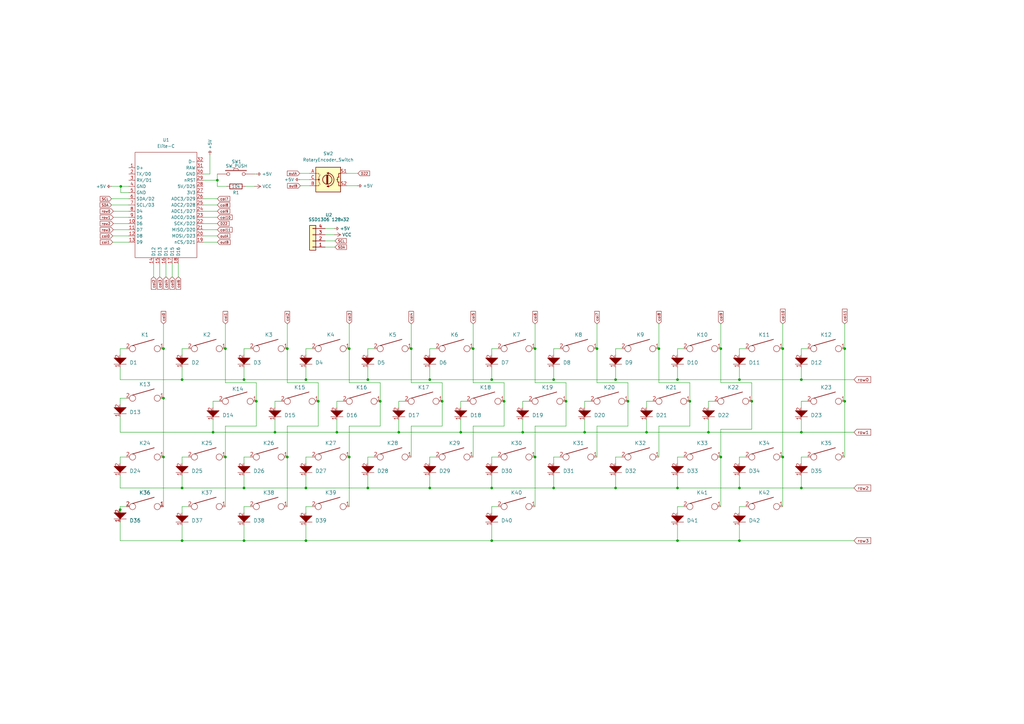
<source format=kicad_sch>
(kicad_sch (version 20211123) (generator eeschema)
  (paper "A3")
  (title_block (title "whykb") (date "2023-01-27") (rev "REV1") (comment 2 "creativecommons.org/licenses/by/4.0") (comment 3 "License: CC BY 4.0") (comment 4 "Author: github.com/danielandinh"))
  (lib_symbols
    (symbol "Connector_Generic:Conn_01x04" (pin_names (offset 1.016) hide)
      (property "Reference" "J" (at 0 5.08 0))
      (property "Value" "Conn_01x04" (at 0 -7.62 0))
      (symbol "Conn_01x04_1_1"
        (pin passive line (at -5.08 2.54 0) (length 3.81) (name "Pin_1") (number "1"))
        (pin passive line (at -5.08 0 0) (length 3.81) (name "Pin_2") (number "2"))
        (pin passive line (at -5.08 -2.54 0) (length 3.81) (name "Pin_3") (number "3"))
        (pin passive line (at -5.08 -5.08 0) (length 3.81) (name "Pin_4") (number "4"))
      )
    )
    (symbol "Device:R" (pin_numbers hide) (pin_names (offset 0))
      (property "Reference" "R" (at 2.032 0 90))
      (property "Value" "R" (at 0 0 90))
      (symbol "R_1_1"
        (pin passive line (at 0 3.81 270) (length 1.27) (name "~") (number "1"))
        (pin passive line (at 0 -3.81 90) (length 1.27) (name "~") (number "2"))
      )
    )
    (symbol "Device:RotaryEncoder_Switch" (pin_names (offset 0.254) hide)
      (property "Reference" "SW" (at 0 6.604 0))
      (property "Value" "RotaryEncoder_Switch" (at 0 -6.604 0))
      (symbol "RotaryEncoder_Switch_1_1"
        (pin passive line (at -7.62 2.54 0) (length 2.54) (name "A") (number "A"))
        (pin passive line (at -7.62 -2.54 0) (length 2.54) (name "B") (number "B"))
        (pin passive line (at -7.62 0 0) (length 2.54) (name "C") (number "C"))
        (pin passive line (at 7.62 2.54 180) (length 2.54) (name "S1") (number "S1"))
        (pin passive line (at 7.62 -2.54 180) (length 2.54) (name "S2") (number "S2"))
      )
    )
    (symbol "keyboard_parts:D" (pin_names (offset 1.016))
      (property "Reference" "D" (at -3.81 -1.27 90))
      (symbol "D_1_1"
        (pin passive line (at 0 1.27 270) (length 1.27) (name "~") (number "1"))
        (pin passive line (at 0 -3.81 90) (length 1.27) (name "~") (number "2"))
      )
    )
    (symbol "keyboard_parts:Elite-C"
      (property "Reference" "U" (at -2.54 21.59 0))
      (property "Value" "Elite-C" (at 3.81 21.59 0))
      (symbol "Elite-C_1_1"
        (pin input line (at -15.24 13.97 0) (length 2.54) (name "D+") (number "1"))
        (pin input line (at -15.24 -8.89 0) (length 2.54) (name "D6") (number "10"))
        (pin input line (at -15.24 -11.43 0) (length 2.54) (name "D7") (number "11"))
        (pin input line (at -15.24 -13.97 0) (length 2.54) (name "D8") (number "12"))
        (pin input line (at -15.24 -16.51 0) (length 2.54) (name "D9") (number "13"))
        (pin input line (at -5.08 -25.4 90) (length 2.54) (name "D12") (number "14"))
        (pin input line (at -2.54 -25.4 90) (length 2.54) (name "D13") (number "15"))
        (pin input line (at 0 -25.4 90) (length 2.54) (name "D14") (number "16"))
        (pin input line (at 2.54 -25.4 90) (length 2.54) (name "D15") (number "17"))
        (pin input line (at 5.08 -25.4 90) (length 2.54) (name "D16") (number "18"))
        (pin input line (at 15.24 -16.51 180) (length 2.54) (name "nCS/D21") (number "19"))
        (pin input line (at -15.24 11.43 0) (length 2.54) (name "TX/D0") (number "2"))
        (pin input line (at 15.24 -13.97 180) (length 2.54) (name "MOSI/D23") (number "20"))
        (pin input line (at 15.24 -11.43 180) (length 2.54) (name "MISO/D20") (number "21"))
        (pin input line (at 15.24 -8.89 180) (length 2.54) (name "SCK/D22") (number "22"))
        (pin input line (at 15.24 -6.35 180) (length 2.54) (name "ADC0/D26") (number "23"))
        (pin input line (at 15.24 -3.81 180) (length 2.54) (name "ADC1/D27") (number "24"))
        (pin input line (at 15.24 -1.27 180) (length 2.54) (name "ADC2/D28") (number "25"))
        (pin input line (at 15.24 1.27 180) (length 2.54) (name "ADC3/D29") (number "26"))
        (pin input line (at 15.24 3.81 180) (length 2.54) (name "3V3") (number "27"))
        (pin input line (at 15.24 6.35 180) (length 2.54) (name "5V/D25") (number "28"))
        (pin input line (at 15.24 8.89 180) (length 2.54) (name "nRST") (number "29"))
        (pin input line (at -15.24 8.89 0) (length 2.54) (name "RX/D1") (number "3"))
        (pin input line (at 15.24 11.43 180) (length 2.54) (name "GND") (number "30"))
        (pin input line (at 15.24 13.97 180) (length 2.54) (name "RAW") (number "31"))
        (pin input line (at 15.24 16.51 180) (length 2.54) (name "D-") (number "32"))
        (pin input line (at -15.24 6.35 0) (length 2.54) (name "GND") (number "4"))
        (pin input line (at -15.24 3.81 0) (length 2.54) (name "GND") (number "5"))
        (pin input line (at -15.24 1.27 0) (length 2.54) (name "SDA/D2") (number "6"))
        (pin input line (at -15.24 -1.27 0) (length 2.54) (name "SCL/D3") (number "7"))
        (pin input line (at -15.24 -3.81 0) (length 2.54) (name "D4") (number "8"))
        (pin input line (at -15.24 -6.35 0) (length 2.54) (name "D5") (number "9"))
      )
    )
    (symbol "keyboard_parts:GND" (power) (pin_names (offset 0))
      (property "Value" "GND" (at 0 -2.54 0))
      (symbol "GND_0_0"
        (pin power_in line (at 0 0 90) (length 0) hide (name "+5V") (number "1"))
      )
    )
    (symbol "keyboard_parts:KEYSW" (pin_names (offset 1.016))
      (property "Reference" "K?" (at -1.27 0 0))
      (symbol "KEYSW_1_1"
        (pin passive line (at 7.62 0 180) (length 1.27) (name "~") (number "1"))
        (pin passive line (at -7.62 0 0) (length 1.27) (name "~") (number "2"))
      )
    )
    (symbol "keyboard_parts:SW_PUSH" (pin_numbers hide) (pin_names (offset 1.016) hide)
      (property "Reference" "SW" (at 3.81 2.794 0))
      (property "Value" "SW_PUSH" (at 0 -2.032 0))
      (symbol "SW_PUSH_0_1"
        (pin passive inverted (at -7.62 0 0) (length 5.08) (name "1") (number "1"))
        (pin passive inverted (at 7.62 0 180) (length 5.08) (name "2") (number "2"))
      )
    )
    (symbol "power:VCC" (power) (pin_names (offset 0))
      (property "Value" "VCC" (at 0 3.81 0))
      (symbol "VCC_1_1"
        (pin power_in line (at 0 0 90) (length 0) hide (name "VCC") (number "1"))
      )
    )
  )
  (junction (at 201.676 221.742))
  (junction (at 163.576 177.292))
  (junction (at 49.53 76.454))
  (junction (at 308.356 164.592))
  (junction (at 112.776 177.292))
  (junction (at 138.176 177.292))
  (junction (at 239.776 177.292))
  (junction (at 227.076 200.152))
  (junction (at 155.956 164.592))
  (junction (at 214.376 177.292))
  (junction (at 143.256 187.452))
  (junction (at 181.356 164.592))
  (junction (at 277.876 155.702))
  (junction (at 282.956 164.592))
  (junction (at 117.856 143.002))
  (junction (at 328.676 177.292))
  (junction (at 303.276 200.152))
  (junction (at 277.876 221.742))
  (junction (at 219.456 143.002))
  (junction (at 321.056 187.452))
  (junction (at 201.676 155.702))
  (junction (at 176.276 155.702))
  (junction (at 346.456 143.002))
  (junction (at 265.176 177.292))
  (junction (at 125.476 200.152))
  (junction (at 67.056 187.452))
  (junction (at 92.456 143.002))
  (junction (at 346.456 164.592))
  (junction (at 227.076 155.702))
  (junction (at 74.676 221.742))
  (junction (at 252.476 155.702))
  (junction (at 49.276 209.042))
  (junction (at 303.276 155.702))
  (junction (at 100.076 155.702))
  (junction (at 188.976 177.292))
  (junction (at 295.656 143.002))
  (junction (at 270.256 143.002))
  (junction (at 176.276 200.152))
  (junction (at 67.056 163.322))
  (junction (at 117.856 187.452))
  (junction (at 89.154 73.914))
  (junction (at 232.156 164.592))
  (junction (at 328.676 200.152))
  (junction (at 168.656 143.002))
  (junction (at 219.456 187.452))
  (junction (at 252.476 200.152))
  (junction (at 244.856 143.002))
  (junction (at 74.676 155.702))
  (junction (at 257.556 164.592))
  (junction (at 100.076 200.152))
  (junction (at 87.376 177.292))
  (junction (at 277.876 200.152))
  (junction (at 125.476 221.742))
  (junction (at 130.556 164.592))
  (junction (at 150.876 155.702))
  (junction (at 328.676 155.702))
  (junction (at 143.256 143.002))
  (junction (at 92.456 187.452))
  (junction (at 295.656 187.452))
  (junction (at 201.676 200.152))
  (junction (at 194.056 143.002))
  (junction (at 206.756 164.592))
  (junction (at 303.276 221.742))
  (junction (at 150.876 200.152))
  (junction (at 100.076 221.742))
  (junction (at 321.056 143.002))
  (junction (at 125.476 155.702))
  (junction (at 74.676 200.152))
  (junction (at 105.156 164.592))
  (junction (at 67.056 143.002))
  (junction (at 290.576 177.292))
  (wire (pts (xy 125.476 200.152) (xy 150.876 200.152)))
  (wire (pts (xy 83.312 86.614) (xy 89.154 86.614)))
  (wire (pts (xy 252.476 155.702) (xy 277.876 155.702)))
  (wire (pts (xy 277.876 150.622) (xy 277.876 155.702)))
  (wire (pts (xy 49.276 209.042) (xy 49.276 207.772)))
  (wire (pts (xy 83.312 91.694) (xy 89.154 91.694)))
  (wire (pts (xy 290.576 172.212) (xy 290.576 177.292)))
  (wire (pts (xy 155.956 164.592) (xy 155.956 174.752)))
  (wire (pts (xy 194.056 174.752) (xy 194.056 187.452)))
  (wire (pts (xy 125.476 210.312) (xy 125.476 207.772)))
  (wire (pts (xy 49.276 207.772) (xy 51.816 207.772)))
  (wire (pts (xy 83.312 96.774) (xy 89.154 96.774)))
  (wire (pts (xy 252.476 143.002) (xy 255.016 143.002)))
  (wire (pts (xy 244.856 156.972) (xy 257.556 156.972)))
  (wire (pts (xy 125.476 145.542) (xy 125.476 143.002)))
  (wire (pts (xy 142.24 76.2) (xy 146.558 76.2)))
  (wire (pts (xy 150.876 155.702) (xy 176.276 155.702)))
  (wire (pts (xy 117.856 174.752) (xy 117.856 187.452)))
  (wire (pts (xy 308.356 164.592) (xy 308.356 176.022)))
  (wire (pts (xy 163.576 164.592) (xy 166.116 164.592)))
  (wire (pts (xy 67.056 143.002) (xy 67.056 163.322)))
  (wire (pts (xy 125.476 155.702) (xy 150.876 155.702)))
  (wire (pts (xy 100.076 207.772) (xy 102.616 207.772)))
  (wire (pts (xy 125.476 187.452) (xy 128.016 187.452)))
  (wire (pts (xy 227.076 150.622) (xy 227.076 155.702)))
  (wire (pts (xy 163.576 172.212) (xy 163.576 177.292)))
  (wire (pts (xy 303.276 143.002) (xy 305.816 143.002)))
  (wire (pts (xy 117.856 143.002) (xy 117.856 156.972)))
  (wire (pts (xy 100.076 200.152) (xy 125.476 200.152)))
  (wire (pts (xy 125.476 195.072) (xy 125.476 200.152)))
  (wire (pts (xy 163.576 167.132) (xy 163.576 164.592)))
  (wire (pts (xy 49.276 155.702) (xy 74.676 155.702)))
  (wire (pts (xy 239.776 172.212) (xy 239.776 177.292)))
  (wire (pts (xy 100.076 221.742) (xy 125.476 221.742)))
  (wire (pts (xy 74.676 215.392) (xy 74.676 221.742)))
  (wire (pts (xy 308.356 156.972) (xy 308.356 164.592)))
  (wire (pts (xy 105.156 71.374) (xy 104.394 71.374)))
  (wire (pts (xy 83.312 81.534) (xy 89.154 81.534)))
  (wire (pts (xy 346.456 143.002) (xy 346.456 132.842)))
  (wire (pts (xy 49.276 189.992) (xy 49.276 187.452)))
  (wire (pts (xy 214.376 167.132) (xy 214.376 164.592)))
  (wire (pts (xy 290.576 167.132) (xy 290.576 164.592)))
  (wire (pts (xy 232.156 174.752) (xy 219.456 174.752)))
  (wire (pts (xy 257.556 164.592) (xy 257.556 174.752)))
  (wire (pts (xy 201.676 143.002) (xy 204.216 143.002)))
  (wire (pts (xy 277.876 207.772) (xy 280.416 207.772)))
  (wire (pts (xy 244.856 143.002) (xy 244.856 132.842)))
  (wire (pts (xy 49.276 221.742) (xy 74.676 221.742)))
  (wire (pts (xy 201.676 145.542) (xy 201.676 143.002)))
  (wire (pts (xy 49.53 76.454) (xy 52.832 76.454)))
  (wire (pts (xy 112.776 164.592) (xy 115.316 164.592)))
  (wire (pts (xy 188.976 164.592) (xy 191.516 164.592)))
  (wire (pts (xy 46.228 96.774) (xy 52.832 96.774)))
  (wire (pts (xy 270.256 187.452) (xy 270.256 174.752)))
  (wire (pts (xy 125.476 221.742) (xy 201.676 221.742)))
  (wire (pts (xy 125.476 215.392) (xy 125.476 221.742)))
  (wire (pts (xy 105.156 164.592) (xy 105.156 174.752)))
  (wire (pts (xy 277.876 200.152) (xy 303.276 200.152)))
  (wire (pts (xy 201.676 150.622) (xy 201.676 155.702)))
  (wire (pts (xy 49.276 214.122) (xy 49.276 221.742)))
  (wire (pts (xy 303.276 150.622) (xy 303.276 155.702)))
  (wire (pts (xy 49.276 145.542) (xy 49.276 143.002)))
  (wire (pts (xy 87.376 172.212) (xy 87.376 177.292)))
  (wire (pts (xy 89.154 71.374) (xy 89.154 73.914)))
  (wire (pts (xy 125.476 143.002) (xy 128.016 143.002)))
  (wire (pts (xy 73.152 108.204) (xy 73.152 113.538)))
  (wire (pts (xy 201.676 210.312) (xy 201.676 207.772)))
  (wire (pts (xy 270.256 156.972) (xy 270.256 143.002)))
  (wire (pts (xy 163.576 177.292) (xy 188.976 177.292)))
  (wire (pts (xy 206.756 174.752) (xy 194.056 174.752)))
  (wire (pts (xy 328.676 200.152) (xy 350.266 200.152)))
  (wire (pts (xy 105.156 156.972) (xy 105.156 164.592)))
  (wire (pts (xy 176.276 187.452) (xy 178.816 187.452)))
  (wire (pts (xy 219.456 132.842) (xy 219.456 143.002)))
  (wire (pts (xy 100.076 150.622) (xy 100.076 155.702)))
  (wire (pts (xy 265.176 172.212) (xy 265.176 177.292)))
  (wire (pts (xy 46.228 99.314) (xy 52.832 99.314)))
  (wire (pts (xy 130.556 164.592) (xy 130.556 174.752)))
  (wire (pts (xy 150.876 195.072) (xy 150.876 200.152)))
  (wire (pts (xy 83.312 99.314) (xy 89.154 99.314)))
  (wire (pts (xy 143.256 156.972) (xy 155.956 156.972)))
  (wire (pts (xy 295.656 156.972) (xy 308.356 156.972)))
  (wire (pts (xy 214.376 172.212) (xy 214.376 177.292)))
  (wire (pts (xy 123.19 76.2) (xy 127 76.2)))
  (wire (pts (xy 138.176 172.212) (xy 138.176 177.292)))
  (wire (pts (xy 168.656 143.002) (xy 168.656 156.972)))
  (wire (pts (xy 133.35 98.806) (xy 137.414 98.806)))
  (wire (pts (xy 295.656 143.002) (xy 295.656 156.972)))
  (wire (pts (xy 201.676 200.152) (xy 227.076 200.152)))
  (wire (pts (xy 122.936 73.66) (xy 127 73.66)))
  (wire (pts (xy 168.656 187.452) (xy 168.656 174.752)))
  (wire (pts (xy 86.106 71.374) (xy 86.106 63.5)))
  (wire (pts (xy 214.376 177.292) (xy 239.776 177.292)))
  (wire (pts (xy 138.176 164.592) (xy 140.716 164.592)))
  (wire (pts (xy 277.876 143.002) (xy 280.416 143.002)))
  (wire (pts (xy 130.556 174.752) (xy 117.856 174.752)))
  (wire (pts (xy 176.276 155.702) (xy 201.676 155.702)))
  (wire (pts (xy 194.056 156.972) (xy 206.756 156.972)))
  (wire (pts (xy 112.776 177.292) (xy 138.176 177.292)))
  (wire (pts (xy 308.356 176.022) (xy 295.656 176.022)))
  (wire (pts (xy 328.676 187.452) (xy 331.216 187.452)))
  (wire (pts (xy 252.476 150.622) (xy 252.476 155.702)))
  (wire (pts (xy 201.676 221.742) (xy 277.876 221.742)))
  (wire (pts (xy 49.276 187.452) (xy 51.816 187.452)))
  (wire (pts (xy 303.276 195.072) (xy 303.276 200.152)))
  (wire (pts (xy 328.676 145.542) (xy 328.676 143.002)))
  (wire (pts (xy 176.276 200.152) (xy 201.676 200.152)))
  (wire (pts (xy 232.156 156.972) (xy 232.156 164.592)))
  (wire (pts (xy 244.856 143.002) (xy 244.856 156.972)))
  (wire (pts (xy 265.176 167.132) (xy 265.176 164.592)))
  (wire (pts (xy 277.876 187.452) (xy 280.416 187.452)))
  (wire (pts (xy 176.276 189.992) (xy 176.276 187.452)))
  (wire (pts (xy 219.456 156.972) (xy 232.156 156.972)))
  (wire (pts (xy 67.056 187.452) (xy 67.056 207.772)))
  (wire (pts (xy 290.576 164.592) (xy 293.116 164.592)))
  (wire (pts (xy 295.656 187.452) (xy 295.656 207.772)))
  (wire (pts (xy 125.476 150.622) (xy 125.476 155.702)))
  (wire (pts (xy 252.476 187.452) (xy 255.016 187.452)))
  (wire (pts (xy 150.876 143.002) (xy 153.416 143.002)))
  (wire (pts (xy 143.256 187.452) (xy 143.256 207.772)))
  (wire (pts (xy 252.476 195.072) (xy 252.476 200.152)))
  (wire (pts (xy 321.056 187.452) (xy 321.056 207.772)))
  (wire (pts (xy 194.056 143.002) (xy 194.056 132.842)))
  (wire (pts (xy 201.676 155.702) (xy 227.076 155.702)))
  (wire (pts (xy 252.476 189.992) (xy 252.476 187.452)))
  (wire (pts (xy 188.976 177.292) (xy 214.376 177.292)))
  (wire (pts (xy 49.276 163.322) (xy 51.816 163.322)))
  (wire (pts (xy 74.676 143.002) (xy 77.216 143.002)))
  (wire (pts (xy 188.976 172.212) (xy 188.976 177.292)))
  (wire (pts (xy 104.394 76.454) (xy 100.584 76.454)))
  (wire (pts (xy 328.676 164.592) (xy 331.216 164.592)))
  (wire (pts (xy 328.676 155.702) (xy 350.266 155.702)))
  (wire (pts (xy 112.776 172.212) (xy 112.776 177.292)))
  (wire (pts (xy 227.076 187.452) (xy 229.616 187.452)))
  (wire (pts (xy 282.956 164.592) (xy 282.956 156.972)))
  (wire (pts (xy 227.076 195.072) (xy 227.076 200.152)))
  (wire (pts (xy 49.276 150.622) (xy 49.276 155.702)))
  (wire (pts (xy 92.964 76.454) (xy 89.154 76.454)))
  (wire (pts (xy 87.376 177.292) (xy 112.776 177.292)))
  (wire (pts (xy 125.476 207.772) (xy 128.016 207.772)))
  (wire (pts (xy 239.776 167.132) (xy 239.776 164.592)))
  (wire (pts (xy 282.956 156.972) (xy 270.256 156.972)))
  (wire (pts (xy 117.856 132.842) (xy 117.856 143.002)))
  (wire (pts (xy 138.176 177.292) (xy 163.576 177.292)))
  (wire (pts (xy 303.276 210.312) (xy 303.276 207.772)))
  (wire (pts (xy 214.376 164.592) (xy 216.916 164.592)))
  (wire (pts (xy 321.056 143.002) (xy 321.056 187.452)))
  (wire (pts (xy 49.53 78.994) (xy 49.53 76.454)))
  (wire (pts (xy 303.276 200.152) (xy 328.676 200.152)))
  (wire (pts (xy 150.876 187.452) (xy 153.416 187.452)))
  (wire (pts (xy 303.276 145.542) (xy 303.276 143.002)))
  (wire (pts (xy 74.676 221.742) (xy 100.076 221.742)))
  (wire (pts (xy 201.676 189.992) (xy 201.676 187.452)))
  (wire (pts (xy 270.256 132.842) (xy 270.256 143.002)))
  (wire (pts (xy 252.476 145.542) (xy 252.476 143.002)))
  (wire (pts (xy 49.276 177.292) (xy 87.376 177.292)))
  (wire (pts (xy 257.556 174.752) (xy 244.856 174.752)))
  (wire (pts (xy 328.676 143.002) (xy 331.216 143.002)))
  (wire (pts (xy 181.356 174.752) (xy 181.356 164.592)))
  (wire (pts (xy 143.256 174.752) (xy 143.256 187.452)))
  (wire (pts (xy 150.876 145.542) (xy 150.876 143.002)))
  (wire (pts (xy 100.076 155.702) (xy 125.476 155.702)))
  (wire (pts (xy 83.312 71.374) (xy 86.106 71.374)))
  (wire (pts (xy 155.956 174.752) (xy 143.256 174.752)))
  (wire (pts (xy 176.276 195.072) (xy 176.276 200.152)))
  (wire (pts (xy 328.676 167.132) (xy 328.676 164.592)))
  (wire (pts (xy 168.656 174.752) (xy 181.356 174.752)))
  (wire (pts (xy 252.476 200.152) (xy 277.876 200.152)))
  (wire (pts (xy 232.156 164.592) (xy 232.156 174.752)))
  (wire (pts (xy 201.676 215.392) (xy 201.676 221.742)))
  (wire (pts (xy 92.456 156.972) (xy 105.156 156.972)))
  (wire (pts (xy 46.482 86.614) (xy 52.832 86.614)))
  (wire (pts (xy 227.076 145.542) (xy 227.076 143.002)))
  (wire (pts (xy 201.676 187.452) (xy 204.216 187.452)))
  (wire (pts (xy 328.676 150.622) (xy 328.676 155.702)))
  (wire (pts (xy 100.076 215.392) (xy 100.076 221.742)))
  (wire (pts (xy 100.076 195.072) (xy 100.076 200.152)))
  (wire (pts (xy 277.876 155.702) (xy 303.276 155.702)))
  (wire (pts (xy 227.076 189.992) (xy 227.076 187.452)))
  (wire (pts (xy 130.556 156.972) (xy 130.556 164.592)))
  (wire (pts (xy 122.936 71.12) (xy 127 71.12)))
  (wire (pts (xy 137.16 96.266) (xy 133.35 96.266)))
  (wire (pts (xy 176.276 143.002) (xy 178.816 143.002)))
  (wire (pts (xy 277.876 215.392) (xy 277.876 221.742)))
  (wire (pts (xy 49.276 200.152) (xy 74.676 200.152)))
  (wire (pts (xy 83.312 84.074) (xy 89.154 84.074)))
  (wire (pts (xy 87.376 164.592) (xy 89.916 164.592)))
  (wire (pts (xy 70.612 108.204) (xy 70.612 113.538)))
  (wire (pts (xy 67.056 163.322) (xy 67.056 187.452)))
  (wire (pts (xy 100.076 143.002) (xy 102.616 143.002)))
  (wire (pts (xy 92.456 187.452) (xy 92.456 207.772)))
  (wire (pts (xy 277.876 145.542) (xy 277.876 143.002)))
  (wire (pts (xy 346.456 164.592) (xy 346.456 187.452)))
  (wire (pts (xy 168.656 156.972) (xy 181.356 156.972)))
  (wire (pts (xy 52.832 78.994) (xy 49.53 78.994)))
  (wire (pts (xy 265.176 164.592) (xy 267.716 164.592)))
  (wire (pts (xy 303.276 215.392) (xy 303.276 221.742)))
  (wire (pts (xy 143.256 143.002) (xy 143.256 156.972)))
  (wire (pts (xy 74.676 210.312) (xy 74.676 207.772)))
  (wire (pts (xy 219.456 174.752) (xy 219.456 187.452)))
  (wire (pts (xy 74.676 195.072) (xy 74.676 200.152)))
  (wire (pts (xy 117.856 187.452) (xy 117.856 207.772)))
  (wire (pts (xy 100.076 187.452) (xy 102.616 187.452)))
  (wire (pts (xy 328.676 177.292) (xy 350.266 177.292)))
  (wire (pts (xy 303.276 155.702) (xy 328.676 155.702)))
  (wire (pts (xy 150.876 189.992) (xy 150.876 187.452)))
  (wire (pts (xy 92.456 174.752) (xy 92.456 187.452)))
  (wire (pts (xy 92.456 143.002) (xy 92.456 156.972)))
  (wire (pts (xy 328.676 195.072) (xy 328.676 200.152)))
  (wire (pts (xy 290.576 177.292) (xy 328.676 177.292)))
  (wire (pts (xy 92.456 143.002) (xy 92.456 132.842)))
  (wire (pts (xy 303.276 187.452) (xy 305.816 187.452)))
  (wire (pts (xy 83.312 73.914) (xy 89.154 73.914)))
  (wire (pts (xy 68.072 108.204) (xy 68.072 113.538)))
  (wire (pts (xy 100.076 210.312) (xy 100.076 207.772)))
  (wire (pts (xy 83.312 94.234) (xy 89.154 94.234)))
  (wire (pts (xy 328.676 172.212) (xy 328.676 177.292)))
  (wire (pts (xy 49.276 210.312) (xy 49.276 209.042)))
  (wire (pts (xy 74.676 187.452) (xy 77.216 187.452)))
  (wire (pts (xy 100.076 145.542) (xy 100.076 143.002)))
  (wire (pts (xy 244.856 174.752) (xy 244.856 187.452)))
  (wire (pts (xy 74.676 145.542) (xy 74.676 143.002)))
  (wire (pts (xy 100.076 189.992) (xy 100.076 187.452)))
  (wire (pts (xy 270.256 174.752) (xy 282.956 174.752)))
  (wire (pts (xy 74.676 155.702) (xy 100.076 155.702)))
  (wire (pts (xy 137.16 93.726) (xy 133.35 93.726)))
  (wire (pts (xy 282.956 174.752) (xy 282.956 164.592)))
  (wire (pts (xy 346.456 143.002) (xy 346.456 164.592)))
  (wire (pts (xy 219.456 187.452) (xy 219.456 207.772)))
  (wire (pts (xy 227.076 200.152) (xy 252.476 200.152)))
  (wire (pts (xy 168.656 132.842) (xy 168.656 143.002)))
  (wire (pts (xy 295.656 143.002) (xy 295.656 132.842)))
  (wire (pts (xy 105.156 174.752) (xy 92.456 174.752)))
  (wire (pts (xy 303.276 221.742) (xy 350.266 221.742)))
  (wire (pts (xy 49.276 170.942) (xy 49.276 177.292)))
  (wire (pts (xy 227.076 155.702) (xy 252.476 155.702)))
  (wire (pts (xy 74.676 150.622) (xy 74.676 155.702)))
  (wire (pts (xy 83.312 89.154) (xy 89.154 89.154)))
  (wire (pts (xy 206.756 156.972) (xy 206.756 164.592)))
  (wire (pts (xy 49.276 165.862) (xy 49.276 163.322)))
  (wire (pts (xy 257.556 156.972) (xy 257.556 164.592)))
  (wire (pts (xy 265.176 177.292) (xy 290.576 177.292)))
  (wire (pts (xy 321.056 132.842) (xy 321.056 143.002)))
  (wire (pts (xy 125.476 189.992) (xy 125.476 187.452)))
  (wire (pts (xy 112.776 167.132) (xy 112.776 164.592)))
  (wire (pts (xy 65.532 108.204) (xy 65.532 113.538)))
  (wire (pts (xy 239.776 177.292) (xy 265.176 177.292)))
  (wire (pts (xy 46.482 91.694) (xy 52.832 91.694)))
  (wire (pts (xy 277.876 195.072) (xy 277.876 200.152)))
  (wire (pts (xy 277.876 221.742) (xy 303.276 221.742)))
  (wire (pts (xy 176.276 145.542) (xy 176.276 143.002)))
  (wire (pts (xy 74.676 200.152) (xy 100.076 200.152)))
  (wire (pts (xy 117.856 156.972) (xy 130.556 156.972)))
  (wire (pts (xy 46.482 89.154) (xy 52.832 89.154)))
  (wire (pts (xy 89.154 73.914) (xy 89.154 76.454)))
  (wire (pts (xy 87.376 167.132) (xy 87.376 164.592)))
  (wire (pts (xy 46.482 94.234) (xy 52.832 94.234)))
  (wire (pts (xy 67.056 132.842) (xy 67.056 143.002)))
  (wire (pts (xy 188.976 167.132) (xy 188.976 164.592)))
  (wire (pts (xy 194.056 143.002) (xy 194.056 156.972)))
  (wire (pts (xy 328.676 189.992) (xy 328.676 187.452)))
  (wire (pts (xy 227.076 143.002) (xy 229.616 143.002)))
  (wire (pts (xy 45.72 81.534) (xy 52.832 81.534)))
  (wire (pts (xy 74.676 207.772) (xy 77.216 207.772)))
  (wire (pts (xy 138.176 167.132) (xy 138.176 164.592)))
  (wire (pts (xy 142.24 71.12) (xy 146.812 71.12)))
  (wire (pts (xy 176.276 150.622) (xy 176.276 155.702)))
  (wire (pts (xy 49.276 143.002) (xy 51.816 143.002)))
  (wire (pts (xy 201.676 195.072) (xy 201.676 200.152)))
  (wire (pts (xy 155.956 156.972) (xy 155.956 164.592)))
  (wire (pts (xy 133.35 101.346) (xy 137.414 101.346)))
  (wire (pts (xy 45.72 84.074) (xy 52.832 84.074)))
  (wire (pts (xy 74.676 189.992) (xy 74.676 187.452)))
  (wire (pts (xy 62.992 108.204) (xy 62.992 113.538)))
  (wire (pts (xy 45.72 76.454) (xy 49.53 76.454)))
  (wire (pts (xy 150.876 150.622) (xy 150.876 155.702)))
  (wire (pts (xy 295.656 176.022) (xy 295.656 187.452)))
  (wire (pts (xy 303.276 189.992) (xy 303.276 187.452)))
  (wire (pts (xy 303.276 207.772) (xy 305.816 207.772)))
  (wire (pts (xy 277.876 189.992) (xy 277.876 187.452)))
  (wire (pts (xy 49.276 195.072) (xy 49.276 200.152)))
  (wire (pts (xy 201.676 207.772) (xy 204.216 207.772)))
  (wire (pts (xy 181.356 156.972) (xy 181.356 164.592)))
  (wire (pts (xy 206.756 164.592) (xy 206.756 174.752)))
  (wire (pts (xy 143.256 143.002) (xy 143.256 132.842)))
  (wire (pts (xy 239.776 164.592) (xy 242.316 164.592)))
  (wire (pts (xy 219.456 143.002) (xy 219.456 156.972)))
  (wire (pts (xy 277.876 210.312) (xy 277.876 207.772)))
  (wire (pts (xy 150.876 200.152) (xy 176.276 200.152)))
  (global_label "col6" (shape input) (at 219.456 132.842 90) (effects (font (size 1 1))) (property "Intersheet References" "${INTERSHEET_REFS}" (effects hide)))
  (global_label "SDA" (shape input) (at 45.72 84.074 180) (effects (font (size 1 1))) (property "Intersheet References" "${INTERSHEET_REFS}" (effects hide)))
  (global_label "col11" (shape input) (at 346.456 132.842 90) (effects (font (size 1 1))) (property "Intersheet References" "${INTERSHEET_REFS}" (effects hide)))
  (global_label "col8" (shape input) (at 89.154 84.074 0) (effects (font (size 1 1))) (property "Intersheet References" "${INTERSHEET_REFS}" (effects hide)))
  (global_label "col0" (shape input) (at 67.056 132.842 90) (effects (font (size 1 1))) (property "Intersheet References" "${INTERSHEET_REFS}" (effects hide)))
  (global_label "row1" (shape input) (at 46.482 89.154 180) (effects (font (size 1 1))) (property "Intersheet References" "${INTERSHEET_REFS}" (effects hide)))
  (global_label "col1" (shape input) (at 46.228 99.314 180) (effects (font (size 1 1))) (property "Intersheet References" "${INTERSHEET_REFS}" (effects hide)))
  (global_label "col2" (shape input) (at 62.992 113.538 270) (effects (font (size 1 1))) (property "Intersheet References" "${INTERSHEET_REFS}" (effects hide)))
  (global_label "col1" (shape input) (at 92.456 132.842 90) (effects (font (size 1 1))) (property "Intersheet References" "${INTERSHEET_REFS}" (effects hide)))
  (global_label "col4" (shape input) (at 68.072 113.538 270) (effects (font (size 1 1))) (property "Intersheet References" "${INTERSHEET_REFS}" (effects hide)))
  (global_label "col5" (shape input) (at 70.612 113.538 270) (effects (font (size 1 1))) (property "Intersheet References" "${INTERSHEET_REFS}" (effects hide)))
  (global_label "col4" (shape input) (at 168.656 132.842 90) (effects (font (size 1 1))) (property "Intersheet References" "${INTERSHEET_REFS}" (effects hide)))
  (global_label "row3" (shape input) (at 46.482 94.234 180) (effects (font (size 1 1))) (property "Intersheet References" "${INTERSHEET_REFS}" (effects hide)))
  (global_label "col0" (shape input) (at 46.228 96.774 180) (effects (font (size 1 1))) (property "Intersheet References" "${INTERSHEET_REFS}" (effects hide)))
  (global_label "col9" (shape input) (at 295.656 132.842 90) (effects (font (size 1 1))) (property "Intersheet References" "${INTERSHEET_REFS}" (effects hide)))
  (global_label "SCL" (shape input) (at 45.72 81.534 180) (effects (font (size 1 1))) (property "Intersheet References" "${INTERSHEET_REFS}" (effects hide)))
  (global_label "col5" (shape input) (at 194.056 132.842 90) (effects (font (size 1 1))) (property "Intersheet References" "${INTERSHEET_REFS}" (effects hide)))
  (global_label "col7" (shape input) (at 244.856 132.842 90) (effects (font (size 1 1))) (property "Intersheet References" "${INTERSHEET_REFS}" (effects hide)))
  (global_label "col10" (shape input) (at 321.056 132.842 90) (effects (font (size 1 1))) (property "Intersheet References" "${INTERSHEET_REFS}" (effects hide)))
  (global_label "outA" (shape input) (at 122.936 71.12 180) (effects (font (size 1 1))) (property "Intersheet References" "${INTERSHEET_REFS}" (effects hide)))
  (global_label "SDA" (shape input) (at 137.414 101.346 0) (effects (font (size 1 1))) (property "Intersheet References" "${INTERSHEET_REFS}" (effects hide)))
  (global_label "D22" (shape input) (at 89.154 91.694 0) (effects (font (size 1 1))) (property "Intersheet References" "${INTERSHEET_REFS}" (effects hide)))
  (global_label "D22" (shape input) (at 146.812 71.12 0) (effects (font (size 1 1))) (property "Intersheet References" "${INTERSHEET_REFS}" (effects hide)))
  (global_label "col11" (shape input) (at 89.154 94.234 0) (effects (font (size 1 1))) (property "Intersheet References" "${INTERSHEET_REFS}" (effects hide)))
  (global_label "col7" (shape input) (at 89.154 81.534 0) (effects (font (size 1 1))) (property "Intersheet References" "${INTERSHEET_REFS}" (effects hide)))
  (global_label "col2" (shape input) (at 117.856 132.842 90) (effects (font (size 1 1))) (property "Intersheet References" "${INTERSHEET_REFS}" (effects hide)))
  (global_label "col3" (shape input) (at 143.256 132.842 90) (effects (font (size 1 1))) (property "Intersheet References" "${INTERSHEET_REFS}" (effects hide)))
  (global_label "row3" (shape input) (at 350.266 221.742 0) (property "Intersheet References" "${INTERSHEET_REFS}" (effects hide)))
  (global_label "row2" (shape input) (at 350.266 200.152 0) (property "Intersheet References" "${INTERSHEET_REFS}" (effects hide)))
  (global_label "col8" (shape input) (at 270.256 132.842 90) (effects (font (size 1 1))) (property "Intersheet References" "${INTERSHEET_REFS}" (effects hide)))
  (global_label "outB" (shape input) (at 89.154 99.314 0) (effects (font (size 1 1))) (property "Intersheet References" "${INTERSHEET_REFS}" (effects hide)))
  (global_label "row1" (shape input) (at 350.266 177.292 0) (property "Intersheet References" "${INTERSHEET_REFS}" (effects hide)))
  (global_label "col9" (shape input) (at 89.154 86.614 0) (effects (font (size 1 1))) (property "Intersheet References" "${INTERSHEET_REFS}" (effects hide)))
  (global_label "col10" (shape input) (at 89.154 89.154 0) (effects (font (size 1 1))) (property "Intersheet References" "${INTERSHEET_REFS}" (effects hide)))
  (global_label "outB" (shape input) (at 123.19 76.2 180) (effects (font (size 1 1))) (property "Intersheet References" "${INTERSHEET_REFS}" (effects hide)))
  (global_label "row0" (shape input) (at 46.482 86.614 180) (effects (font (size 1 1))) (property "Intersheet References" "${INTERSHEET_REFS}" (effects hide)))
  (global_label "outA" (shape input) (at 89.154 96.774 0) (effects (font (size 1 1))) (property "Intersheet References" "${INTERSHEET_REFS}" (effects hide)))
  (global_label "col6" (shape input) (at 73.152 113.538 270) (effects (font (size 1 1))) (property "Intersheet References" "${INTERSHEET_REFS}" (effects hide)))
  (global_label "row0" (shape input) (at 350.266 155.702 0) (property "Intersheet References" "${INTERSHEET_REFS}" (effects hide)))
  (global_label "col3" (shape input) (at 65.532 113.538 270) (effects (font (size 1 1))) (property "Intersheet References" "${INTERSHEET_REFS}" (effects hide)))
  (global_label "SCL" (shape input) (at 137.414 98.806 0) (effects (font (size 1 1))) (property "Intersheet References" "${INTERSHEET_REFS}" (effects hide)))
  (global_label "row2" (shape input) (at 46.482 91.694 180) (effects (font (size 1 1))) (property "Intersheet References" "${INTERSHEET_REFS}" (effects hide)))
  (symbol (lib_id "keyboard_parts:KEYSW") (at 237.236 143.002 0) (unit 1)
    (property "Reference" "K8" (at 237.236 137.287 0) (effects (font (size 1.524 1.524))))
    (property "Value" "KEYSW" (effects hide))
    (property "Footprint" "keebs:Mx_Alps_100" (effects hide))
  )
  (symbol (lib_id "keyboard_parts:GND") (at 105.156 71.374 90) (unit 1)
    (property "Reference" "#PWR02" (effects hide))
    (property "Value" "GND" (at 111.506 71.374 90) (effects (justify left)))
  )
  (symbol (lib_id "keyboard_parts:KEYSW") (at 110.236 143.002 0) (unit 1)
    (property "Reference" "K3" (at 110.236 137.287 0) (effects (font (size 1.524 1.524))))
    (property "Value" "KEYSW" (effects hide))
    (property "Footprint" "keebs:Mx_Alps_100" (effects hide))
  )
  (symbol (lib_id "keyboard_parts:KEYSW") (at 300.736 164.592 0) (unit 1)
    (property "Reference" "K22" (at 300.736 158.877 0) (effects (font (size 1.524 1.524))))
    (property "Value" "KEYSW" (effects hide))
    (property "Footprint" "keebs:Mx_Alps_100" (effects hide))
  )
  (symbol (lib_id "keyboard_parts:D") (at 265.176 170.942 180) (unit 1)
    (property "Reference" "D21" (at 268.986 170.307 0) (effects (font (size 1.524 1.524)) (justify right)))
    (property "Value" "D" (effects hide))
    (property "Footprint" "keyboard_parts:D_SOD123_axial" (effects hide))
  )
  (symbol (lib_id "keyboard_parts:D") (at 277.876 193.802 180) (unit 1)
    (property "Reference" "D33" (at 281.686 193.167 0) (effects (font (size 1.524 1.524)) (justify right)))
    (property "Value" "D" (effects hide))
    (property "Footprint" "keyboard_parts:D_SOD123_axial" (effects hide))
  )
  (symbol (lib_id "keyboard_parts:GND") (at 86.106 63.5 180) (unit 1)
    (property "Reference" "#PWR01" (effects hide))
    (property "Value" "GND" (at 86.106 57.15 90) (effects (justify left)))
  )
  (symbol (lib_id "keyboard_parts:D") (at 303.276 149.352 180) (unit 1)
    (property "Reference" "D11" (at 307.086 148.717 0) (effects (font (size 1.524 1.524)) (justify right)))
    (property "Value" "D" (effects hide))
    (property "Footprint" "keyboard_parts:D_SOD123_axial" (effects hide))
  )
  (symbol (lib_id "keyboard_parts:D") (at 100.076 149.352 180) (unit 1)
    (property "Reference" "D3" (at 103.886 148.717 0) (effects (font (size 1.524 1.524)) (justify right)))
    (property "Value" "D" (effects hide))
    (property "Footprint" "keyboard_parts:D_SOD123_axial" (effects hide))
  )
  (symbol (lib_id "keyboard_parts:KEYSW") (at 338.836 187.452 0) (unit 1)
    (property "Reference" "K35" (at 338.836 181.737 0) (effects (font (size 1.524 1.524))))
    (property "Value" "KEYSW" (effects hide))
    (property "Footprint" "keebs:Mx_Alps_125" (effects hide))
  )
  (symbol (lib_id "keyboard_parts:KEYSW") (at 186.436 143.002 0) (unit 1)
    (property "Reference" "K6" (at 186.436 137.287 0) (effects (font (size 1.524 1.524))))
    (property "Value" "KEYSW" (effects hide))
    (property "Footprint" "keebs:Mx_Alps_100" (effects hide))
  )
  (symbol (lib_id "keyboard_parts:KEYSW") (at 275.336 164.592 0) (unit 1)
    (property "Reference" "K21" (at 275.336 158.877 0) (effects (font (size 1.524 1.524))))
    (property "Value" "KEYSW" (effects hide))
    (property "Footprint" "keebs:Mx_Alps_100" (effects hide))
  )
  (symbol (lib_id "keyboard_parts:KEYSW") (at 135.636 207.772 0) (unit 1)
    (property "Reference" "K39" (at 135.636 202.057 0) (effects (font (size 1.524 1.524))))
    (property "Value" "KEYSW" (effects hide))
    (property "Footprint" "keebs:Mx_Alps_100" (effects hide))
  )
  (symbol (lib_id "keyboard_parts:KEYSW") (at 97.536 164.592 0) (unit 1)
    (property "Reference" "K14" (at 97.536 159.512 0) (effects (font (size 1.524 1.524))))
    (property "Value" "KEYSW" (effects hide))
    (property "Footprint" "keebs:Mx_Alps_100" (effects hide))
  )
  (symbol (lib_id "keyboard_parts:KEYSW") (at 186.436 187.452 0) (unit 1)
    (property "Reference" "K29" (at 186.436 181.737 0) (effects (font (size 1.524 1.524))))
    (property "Value" "KEYSW" (effects hide))
    (property "Footprint" "keebs:Mx_Alps_100" (effects hide))
  )
  (symbol (lib_id "keyboard_parts:KEYSW") (at 122.936 164.592 0) (unit 1)
    (property "Reference" "K15" (at 122.936 158.877 0) (effects (font (size 1.524 1.524))))
    (property "Value" "KEYSW" (effects hide))
    (property "Footprint" "keebs:Mx_Alps_100" (effects hide))
  )
  (symbol (lib_id "keyboard_parts:D") (at 227.076 193.802 180) (unit 1)
    (property "Reference" "D31" (at 230.886 193.167 0) (effects (font (size 1.524 1.524)) (justify right)))
    (property "Value" "D" (effects hide))
    (property "Footprint" "keyboard_parts:D_SOD123_axial" (effects hide))
  )
  (symbol (lib_id "keyboard_parts:D") (at 125.476 214.122 180) (unit 1)
    (property "Reference" "D39" (at 129.286 213.487 0) (effects (font (size 1.524 1.524)) (justify right)))
    (property "Value" "D" (effects hide))
    (property "Footprint" "keyboard_parts:D_SOD123_axial" (effects hide))
  )
  (symbol (lib_id "keyboard_parts:D") (at 328.676 149.352 180) (unit 1)
    (property "Reference" "D12" (at 332.486 148.717 0) (effects (font (size 1.524 1.524)) (justify right)))
    (property "Value" "D" (effects hide))
    (property "Footprint" "keyboard_parts:D_SOD123_axial" (effects hide))
  )
  (symbol (lib_id "keyboard_parts:D") (at 201.676 149.352 180) (unit 1)
    (property "Reference" "D7" (at 205.486 148.717 0) (effects (font (size 1.524 1.524)) (justify right)))
    (property "Value" "D" (effects hide))
    (property "Footprint" "keyboard_parts:D_SOD123_axial" (effects hide))
  )
  (symbol (lib_id "keyboard_parts:KEYSW") (at 199.136 164.592 0) (unit 1)
    (property "Reference" "K18" (at 199.136 158.877 0) (effects (font (size 1.524 1.524))))
    (property "Value" "KEYSW" (effects hide))
    (property "Footprint" "keebs:Mx_Alps_100" (effects hide))
  )
  (symbol (lib_id "keyboard_parts:D") (at 188.976 170.942 180) (unit 1)
    (property "Reference" "D18" (at 192.786 170.307 0) (effects (font (size 1.524 1.524)) (justify right)))
    (property "Value" "D" (effects hide))
    (property "Footprint" "keyboard_parts:D_SOD123_axial" (effects hide))
  )
  (symbol (lib_id "keyboard_parts:D") (at 201.676 214.122 180) (unit 1)
    (property "Reference" "D40" (at 205.486 213.487 0) (effects (font (size 1.524 1.524)) (justify right)))
    (property "Value" "D" (effects hide))
    (property "Footprint" "keyboard_parts:D_SOD123_axial" (effects hide))
  )
  (symbol (lib_id "Device:R") (at 96.774 76.454 270) (unit 1)
    (property "Reference" "R1" (at 96.774 78.994 90))
    (property "Value" "10k" (at 96.774 76.454 90))
    (property "Footprint" "keebio_parts:R_0805" (effects hide))
  )
  (symbol (lib_id "keyboard_parts:KEYSW") (at 84.836 207.772 0) (unit 1)
    (property "Reference" "K37" (at 84.836 202.057 0) (effects (font (size 1.524 1.524))))
    (property "Value" "KEYSW" (effects hide))
    (property "Footprint" "keebs:Mx_Alps_100" (effects hide))
  )
  (symbol (lib_id "keyboard_parts:KEYSW") (at 338.836 143.002 0) (unit 1)
    (property "Reference" "K12" (at 338.836 137.287 0) (effects (font (size 1.524 1.524))))
    (property "Value" "KEYSW" (effects hide))
    (property "Footprint" "keebs:Mx_Alps_150" (effects hide))
  )
  (symbol (lib_id "keyboard_parts:D") (at 125.476 193.802 180) (unit 1)
    (property "Reference" "D27" (at 129.286 193.167 0) (effects (font (size 1.524 1.524)) (justify right)))
    (property "Value" "D" (effects hide))
    (property "Footprint" "keyboard_parts:D_SOD123_axial" (effects hide))
  )
  (symbol (lib_id "keyboard_parts:D") (at 100.076 193.802 180) (unit 1)
    (property "Reference" "D26" (at 103.886 193.167 0) (effects (font (size 1.524 1.524)) (justify right)))
    (property "Value" "D" (effects hide))
    (property "Footprint" "keyboard_parts:D_SOD123_axial" (effects hide))
  )
  (symbol (lib_id "keyboard_parts:KEYSW") (at 224.536 164.592 0) (unit 1)
    (property "Reference" "K19" (at 224.536 158.877 0) (effects (font (size 1.524 1.524))))
    (property "Value" "KEYSW" (effects hide))
    (property "Footprint" "keebs:Mx_Alps_100" (effects hide))
  )
  (symbol (lib_id "keyboard_parts:KEYSW") (at 161.036 187.452 0) (unit 1)
    (property "Reference" "K28" (at 161.036 181.737 0) (effects (font (size 1.524 1.524))))
    (property "Value" "KEYSW" (effects hide))
    (property "Footprint" "keebs:Mx_Alps_100" (effects hide))
  )
  (symbol (lib_id "keyboard_parts:D") (at 125.476 149.352 180) (unit 1)
    (property "Reference" "D4" (at 129.286 148.717 0) (effects (font (size 1.524 1.524)) (justify right)))
    (property "Value" "D" (effects hide))
    (property "Footprint" "keyboard_parts:D_SOD123_axial" (effects hide))
  )
  (symbol (lib_id "keyboard_parts:KEYSW") (at 173.736 164.592 0) (unit 1)
    (property "Reference" "K17" (at 173.736 158.877 0) (effects (font (size 1.524 1.524))))
    (property "Value" "KEYSW" (effects hide))
    (property "Footprint" "keebs:Mx_Alps_100" (effects hide))
  )
  (symbol (lib_id "keyboard_parts:KEYSW") (at 84.836 187.452 0) (unit 1)
    (property "Reference" "K25" (at 84.836 181.737 0) (effects (font (size 1.524 1.524))))
    (property "Value" "KEYSW" (effects hide))
    (property "Footprint" "keebs:Mx_Alps_175" (effects hide))
  )
  (symbol (lib_id "keyboard_parts:KEYSW") (at 313.436 187.452 0) (unit 1)
    (property "Reference" "K34" (at 313.436 181.737 0) (effects (font (size 1.524 1.524))))
    (property "Value" "KEYSW" (effects hide))
    (property "Footprint" "keebs:Mx_Alps_100" (effects hide))
  )
  (symbol (lib_id "keyboard_parts:D") (at 163.576 170.942 180) (unit 1)
    (property "Reference" "D17" (at 167.386 170.307 0) (effects (font (size 1.524 1.524)) (justify right)))
    (property "Value" "D" (effects hide))
    (property "Footprint" "keyboard_parts:D_SOD123_axial" (effects hide))
  )
  (symbol (lib_id "keyboard_parts:D") (at 100.076 214.122 180) (unit 1)
    (property "Reference" "D38" (at 103.886 213.487 0) (effects (font (size 1.524 1.524)) (justify right)))
    (property "Value" "D" (effects hide))
    (property "Footprint" "keyboard_parts:D_SOD123_axial" (effects hide))
  )
  (symbol (lib_id "keyboard_parts:GND") (at 137.16 93.726 90) (unit 1)
    (property "Reference" "#PWR07" (effects hide))
    (property "Value" "GND" (at 143.51 93.726 90) (effects (justify left)))
  )
  (symbol (lib_id "keyboard_parts:KEYSW") (at 84.836 143.002 0) (unit 1)
    (property "Reference" "K2" (at 84.836 137.287 0) (effects (font (size 1.524 1.524))))
    (property "Value" "KEYSW" (effects hide))
    (property "Footprint" "keebs:Mx_Alps_100" (effects hide))
  )
  (symbol (lib_id "keyboard_parts:D") (at 290.576 170.942 180) (unit 1)
    (property "Reference" "D22" (at 294.386 170.307 0) (effects (font (size 1.524 1.524)) (justify right)))
    (property "Value" "D" (effects hide))
    (property "Footprint" "keyboard_parts:D_SOD123_axial" (effects hide))
  )
  (symbol (lib_id "keyboard_parts:GND") (at 146.558 76.2 90) (unit 1)
    (property "Reference" "#PWR04" (effects hide))
    (property "Value" "GND" (at 152.908 76.2 90) (effects (justify left)))
  )
  (symbol (lib_id "power:VCC") (at 104.394 76.454 270) (unit 1)
    (property "Reference" "#PWR06" (effects hide))
    (property "Value" "VCC" (at 107.569 76.454 90) (effects (justify left)))
  )
  (symbol (lib_id "keyboard_parts:KEYSW") (at 211.836 207.772 0) (unit 1)
    (property "Reference" "K40" (at 211.836 202.057 0) (effects (font (size 1.524 1.524))))
    (property "Value" "KEYSW" (effects hide))
    (property "Footprint" "keebs:Mx_Alps_625" (effects hide))
  )
  (symbol (lib_id "keyboard_parts:D") (at 74.676 149.352 180) (unit 1)
    (property "Reference" "D2" (at 78.486 148.717 0) (effects (font (size 1.524 1.524)) (justify right)))
    (property "Value" "D" (effects hide))
    (property "Footprint" "keyboard_parts:D_SOD123_axial" (effects hide))
  )
  (symbol (lib_id "keyboard_parts:KEYSW") (at 135.636 143.002 0) (unit 1)
    (property "Reference" "K4" (at 135.636 137.287 0) (effects (font (size 1.524 1.524))))
    (property "Value" "KEYSW" (effects hide))
    (property "Footprint" "keebs:Mx_Alps_100" (effects hide))
  )
  (symbol (lib_id "keyboard_parts:D") (at 227.076 149.352 180) (unit 1)
    (property "Reference" "D8" (at 230.886 148.717 0) (effects (font (size 1.524 1.524)) (justify right)))
    (property "Value" "D" (effects hide))
    (property "Footprint" "keyboard_parts:D_SOD123_axial" (effects hide))
  )
  (symbol (lib_id "keyboard_parts:KEYSW") (at 288.036 207.772 0) (unit 1)
    (property "Reference" "K41" (at 288.036 202.057 0) (effects (font (size 1.524 1.524))))
    (property "Value" "KEYSW" (effects hide))
    (property "Footprint" "keebs:Mx_Alps_125" (effects hide))
  )
  (symbol (lib_id "keyboard_parts:KEYSW") (at 313.436 143.002 0) (unit 1)
    (property "Reference" "K11" (at 313.436 137.287 0) (effects (font (size 1.524 1.524))))
    (property "Value" "KEYSW" (effects hide))
    (property "Footprint" "keebs:Mx_Alps_100" (effects hide))
  )
  (symbol (lib_id "keyboard_parts:D") (at 252.476 193.802 180) (unit 1)
    (property "Reference" "D32" (at 256.286 193.167 0) (effects (font (size 1.524 1.524)) (justify right)))
    (property "Value" "D" (effects hide))
    (property "Footprint" "keyboard_parts:D_SOD123_axial" (effects hide))
  )
  (symbol (lib_id "keyboard_parts:KEYSW") (at 59.436 207.772 0) (unit 1)
    (property "Reference" "K36" (at 59.436 202.057 0) (effects (font (size 1.524 1.524))))
    (property "Value" "KEYSW" (effects hide))
    (property "Footprint" "keebs:Mx_Alps_100" (effects hide))
  )
  (symbol (lib_id "keyboard_parts:KEYSW") (at 313.436 207.772 0) (unit 1)
    (property "Reference" "K42" (at 313.436 202.057 0) (effects (font (size 1.524 1.524))))
    (property "Value" "KEYSW" (effects hide))
    (property "Footprint" "keebs:Mx_Alps_100" (effects hide))
  )
  (symbol (lib_id "Connector_Generic:Conn_01x04") (at 128.27 98.806 180) (unit 1)
    (property "Reference" "U2" (at 134.874 88.138 0))
    (property "Value" "SSD1306 128x32" (at 134.874 90.043 0))
  )
  (symbol (lib_id "keyboard_parts:KEYSW") (at 288.036 187.452 0) (unit 1)
    (property "Reference" "K33" (at 288.036 181.737 0) (effects (font (size 1.524 1.524))))
    (property "Value" "KEYSW" (effects hide))
    (property "Footprint" "keebs:Mx_Alps_100" (effects hide))
  )
  (symbol (lib_id "keyboard_parts:KEYSW") (at 59.436 143.002 0) (unit 1)
    (property "Reference" "K1" (at 59.436 137.287 0) (effects (font (size 1.524 1.524))))
    (property "Value" "KEYSW" (effects hide))
    (property "Footprint" "keebs:Mx_Alps_150" (effects hide))
  )
  (symbol (lib_id "keyboard_parts:KEYSW") (at 249.936 164.592 0) (unit 1)
    (property "Reference" "K20" (at 249.936 158.877 0) (effects (font (size 1.524 1.524))))
    (property "Value" "KEYSW" (effects hide))
    (property "Footprint" "keebs:Mx_Alps_100" (effects hide))
  )
  (symbol (lib_id "keyboard_parts:D") (at 49.276 169.672 180) (unit 1)
    (property "Reference" "D13" (at 53.086 169.037 0) (effects (font (size 1.524 1.524)) (justify right)))
    (property "Value" "D" (effects hide))
    (property "Footprint" "keyboard_parts:D_SOD123_axial" (effects hide))
  )
  (symbol (lib_id "keyboard_parts:KEYSW") (at 262.636 187.452 0) (unit 1)
    (property "Reference" "K32" (at 262.636 181.737 0) (effects (font (size 1.524 1.524))))
    (property "Value" "KEYSW" (effects hide))
    (property "Footprint" "keebs:Mx_Alps_100" (effects hide))
  )
  (symbol (lib_id "keyboard_parts:D") (at 150.876 193.802 180) (unit 1)
    (property "Reference" "D28" (at 154.686 193.167 0) (effects (font (size 1.524 1.524)) (justify right)))
    (property "Value" "D" (effects hide))
    (property "Footprint" "keyboard_parts:D_SOD123_axial" (effects hide))
  )
  (symbol (lib_id "keyboard_parts:GND") (at 45.72 76.454 270) (unit 1)
    (property "Reference" "#PWR05" (effects hide))
    (property "Value" "GND" (at 39.37 76.454 90) (effects (justify left)))
  )
  (symbol (lib_id "keyboard_parts:D") (at 201.676 193.802 180) (unit 1)
    (property "Reference" "D30" (at 205.486 193.167 0) (effects (font (size 1.524 1.524)) (justify right)))
    (property "Value" "D" (effects hide))
    (property "Footprint" "keyboard_parts:D_SOD123_axial" (effects hide))
  )
  (symbol (lib_id "keyboard_parts:D") (at 303.276 214.122 180) (unit 1)
    (property "Reference" "D42" (at 307.086 213.487 0) (effects (font (size 1.524 1.524)) (justify right)))
    (property "Value" "D" (effects hide))
    (property "Footprint" "keyboard_parts:D_SOD123_axial" (effects hide))
  )
  (symbol (lib_id "keyboard_parts:D") (at 138.176 170.942 180) (unit 1)
    (property "Reference" "D16" (at 141.986 170.307 0) (effects (font (size 1.524 1.524)) (justify right)))
    (property "Value" "D" (effects hide))
    (property "Footprint" "keyboard_parts:D_SOD123_axial" (effects hide))
  )
  (symbol (lib_id "keyboard_parts:D") (at 74.676 214.122 180) (unit 1)
    (property "Reference" "D37" (at 78.486 213.487 0) (effects (font (size 1.524 1.524)) (justify right)))
    (property "Value" "D" (effects hide))
    (property "Footprint" "keyboard_parts:D_SOD123_axial" (effects hide))
  )
  (symbol (lib_id "keyboard_parts:KEYSW") (at 211.836 143.002 0) (unit 1)
    (property "Reference" "K7" (at 211.836 137.287 0) (effects (font (size 1.524 1.524))))
    (property "Value" "KEYSW" (effects hide))
    (property "Footprint" "keebs:Mx_Alps_100" (effects hide))
  )
  (symbol (lib_id "keyboard_parts:D") (at 49.276 212.852 180) (unit 1)
    (property "Reference" "D36" (at 53.086 213.487 0) (effects (font (size 1.524 1.524)) (justify right)))
    (property "Value" "D" (effects hide))
    (property "Footprint" "keyboard_parts:D_SOD123_axial" (effects hide))
  )
  (symbol (lib_id "keyboard_parts:D") (at 252.476 149.352 180) (unit 1)
    (property "Reference" "D9" (at 256.286 148.717 0) (effects (font (size 1.524 1.524)) (justify right)))
    (property "Value" "D" (effects hide))
    (property "Footprint" "keyboard_parts:D_SOD123_axial" (effects hide))
  )
  (symbol (lib_id "keyboard_parts:D") (at 49.276 193.802 180) (unit 1)
    (property "Reference" "D24" (at 53.086 193.167 0) (effects (font (size 1.524 1.524)) (justify right)))
    (property "Value" "D" (effects hide))
    (property "Footprint" "keyboard_parts:D_SOD123_axial" (effects hide))
  )
  (symbol (lib_id "keyboard_parts:KEYSW") (at 110.236 207.772 0) (unit 1)
    (property "Reference" "K38" (at 110.236 202.057 0) (effects (font (size 1.524 1.524))))
    (property "Value" "KEYSW" (effects hide))
    (property "Footprint" "keebs:Mx_Alps_100" (effects hide))
  )
  (symbol (lib_id "keyboard_parts:Elite-C") (at 68.072 82.804 0) (unit 1)
    (property "Reference" "U1" (at 68.072 57.404 0))
    (property "Value" "Elite-C" (at 68.072 59.944 0))
    (property "Footprint" "keebio_parts:Elite-C" (effects hide))
  )
  (symbol (lib_id "keyboard_parts:D") (at 87.376 170.942 180) (unit 1)
    (property "Reference" "D14" (at 91.186 170.307 0) (effects (font (size 1.524 1.524)) (justify right)))
    (property "Value" "D" (effects hide))
    (property "Footprint" "keyboard_parts:D_SOD123_axial" (effects hide))
  )
  (symbol (lib_id "keyboard_parts:KEYSW") (at 288.036 143.002 0) (unit 1)
    (property "Reference" "K10" (at 288.036 137.287 0) (effects (font (size 1.524 1.524))))
    (property "Value" "KEYSW" (effects hide))
    (property "Footprint" "keebs:Mx_Alps_100" (effects hide))
  )
  (symbol (lib_id "keyboard_parts:KEYSW") (at 338.836 164.592 0) (unit 1)
    (property "Reference" "K23" (at 338.836 158.877 0) (effects (font (size 1.524 1.524))))
    (property "Value" "KEYSW" (effects hide))
    (property "Footprint" "keebs:Mx_Alps_175" (effects hide))
  )
  (symbol (lib_id "keyboard_parts:D") (at 214.376 170.942 180) (unit 1)
    (property "Reference" "D19" (at 218.186 170.307 0) (effects (font (size 1.524 1.524)) (justify right)))
    (property "Value" "D" (effects hide))
    (property "Footprint" "keyboard_parts:D_SOD123_axial" (effects hide))
  )
  (symbol (lib_id "keyboard_parts:D") (at 328.676 170.942 180) (unit 1)
    (property "Reference" "D23" (at 332.486 170.307 0) (effects (font (size 1.524 1.524)) (justify right)))
    (property "Value" "D" (effects hide))
    (property "Footprint" "keyboard_parts:D_SOD123_axial" (effects hide))
  )
  (symbol (lib_id "keyboard_parts:KEYSW") (at 211.836 187.452 0) (unit 1)
    (property "Reference" "K30" (at 211.836 181.737 0) (effects (font (size 1.524 1.524))))
    (property "Value" "KEYSW" (effects hide))
    (property "Footprint" "keebs:Mx_Alps_100" (effects hide))
  )
  (symbol (lib_id "keyboard_parts:KEYSW") (at 148.336 164.592 0) (unit 1)
    (property "Reference" "K16" (at 148.336 158.877 0) (effects (font (size 1.524 1.524))))
    (property "Value" "KEYSW" (effects hide))
    (property "Footprint" "keebs:Mx_Alps_100" (effects hide))
  )
  (symbol (lib_id "keyboard_parts:D") (at 328.676 193.802 180) (unit 1)
    (property "Reference" "D35" (at 332.486 193.167 0) (effects (font (size 1.524 1.524)) (justify right)))
    (property "Value" "D" (effects hide))
    (property "Footprint" "keyboard_parts:D_SOD123_axial" (effects hide))
  )
  (symbol (lib_id "keyboard_parts:D") (at 150.876 149.352 180) (unit 1)
    (property "Reference" "D5" (at 154.686 148.717 0) (effects (font (size 1.524 1.524)) (justify right)))
    (property "Value" "D" (effects hide))
    (property "Footprint" "keyboard_parts:D_SOD123_axial" (effects hide))
  )
  (symbol (lib_id "keyboard_parts:KEYSW") (at 59.436 163.322 0) (unit 1)
    (property "Reference" "K13" (at 59.436 157.607 0) (effects (font (size 1.524 1.524))))
    (property "Value" "KEYSW" (effects hide))
    (property "Footprint" "keebs:Mx_Alps_225" (effects hide))
  )
  (symbol (lib_id "keyboard_parts:D") (at 239.776 170.942 180) (unit 1)
    (property "Reference" "D20" (at 243.586 170.307 0) (effects (font (size 1.524 1.524)) (justify right)))
    (property "Value" "D" (effects hide))
    (property "Footprint" "keyboard_parts:D_SOD123_axial" (effects hide))
  )
  (symbol (lib_id "Device:RotaryEncoder_Switch") (at 134.62 73.66 0) (unit 1)
    (property "Reference" "SW2" (at 134.62 62.992 0))
    (property "Value" "RotaryEncoder_Switch" (at 134.62 65.532 0))
    (property "Footprint" "keebio_parts:RotaryEncoder_Alps_EC11E-Switch_Vertical_H20mm" (effects hide))
  )
  (symbol (lib_id "keyboard_parts:D") (at 176.276 193.802 180) (unit 1)
    (property "Reference" "D29" (at 180.086 193.167 0) (effects (font (size 1.524 1.524)) (justify right)))
    (property "Value" "D" (effects hide))
    (property "Footprint" "keyboard_parts:D_SOD123_axial" (effects hide))
  )
  (symbol (lib_id "keyboard_parts:KEYSW") (at 110.236 187.452 0) (unit 1)
    (property "Reference" "K26" (at 110.236 181.737 0) (effects (font (size 1.524 1.524))))
    (property "Value" "KEYSW" (effects hide))
    (property "Footprint" "keebs:Mx_Alps_100" (effects hide))
  )
  (symbol (lib_id "keyboard_parts:GND") (at 122.936 73.66 270) (unit 1)
    (property "Reference" "#PWR03" (effects hide))
    (property "Value" "GND" (at 116.586 73.66 90) (effects (justify left)))
  )
  (symbol (lib_id "power:VCC") (at 137.16 96.266 270) (unit 1)
    (property "Reference" "#PWR08" (effects hide))
    (property "Value" "VCC" (at 140.335 96.266 90) (effects (justify left)))
  )
  (symbol (lib_id "keyboard_parts:D") (at 277.876 214.122 180) (unit 1)
    (property "Reference" "D41" (at 281.686 213.487 0) (effects (font (size 1.524 1.524)) (justify right)))
    (property "Value" "D" (effects hide))
    (property "Footprint" "keyboard_parts:D_SOD123_axial" (effects hide))
  )
  (symbol (lib_id "keyboard_parts:KEYSW") (at 262.636 143.002 0) (unit 1)
    (property "Reference" "K9" (at 262.636 137.287 0) (effects (font (size 1.524 1.524))))
    (property "Value" "KEYSW" (effects hide))
    (property "Footprint" "keebs:Mx_Alps_100" (effects hide))
  )
  (symbol (lib_id "keyboard_parts:D") (at 49.276 149.352 180) (unit 1)
    (property "Reference" "D1" (at 53.086 148.717 0) (effects (font (size 1.524 1.524)) (justify right)))
    (property "Value" "D" (effects hide))
    (property "Footprint" "keyboard_parts:D_SOD123_axial" (effects hide))
  )
  (symbol (lib_id "keyboard_parts:D") (at 176.276 149.352 180) (unit 1)
    (property "Reference" "D6" (at 180.086 148.717 0) (effects (font (size 1.524 1.524)) (justify right)))
    (property "Value" "D" (effects hide))
    (property "Footprint" "keyboard_parts:D_SOD123_axial" (effects hide))
  )
  (symbol (lib_id "keyboard_parts:D") (at 74.676 193.802 180) (unit 1)
    (property "Reference" "D25" (at 78.486 193.167 0) (effects (font (size 1.524 1.524)) (justify right)))
    (property "Value" "D" (effects hide))
    (property "Footprint" "keyboard_parts:D_SOD123_axial" (effects hide))
  )
  (symbol (lib_id "keyboard_parts:KEYSW") (at 135.636 187.452 0) (unit 1)
    (property "Reference" "K27" (at 135.636 181.737 0) (effects (font (size 1.524 1.524))))
    (property "Value" "KEYSW" (effects hide))
    (property "Footprint" "keebs:Mx_Alps_100" (effects hide))
  )
  (symbol (lib_id "keyboard_parts:D") (at 303.276 193.802 180) (unit 1)
    (property "Reference" "D34" (at 307.086 193.167 0) (effects (font (size 1.524 1.524)) (justify right)))
    (property "Value" "D" (effects hide))
    (property "Footprint" "keyboard_parts:D_SOD123_axial" (effects hide))
  )
  (symbol (lib_id "keyboard_parts:KEYSW") (at 59.436 187.452 0) (unit 1)
    (property "Reference" "K24" (at 59.436 181.737 0) (effects (font (size 1.524 1.524))))
    (property "Value" "KEYSW" (effects hide))
    (property "Footprint" "keebs:Mx_Alps_100" (effects hide))
  )
  (symbol (lib_id "keyboard_parts:KEYSW") (at 161.036 143.002 0) (unit 1)
    (property "Reference" "K5" (at 161.036 137.287 0) (effects (font (size 1.524 1.524))))
    (property "Value" "KEYSW" (effects hide))
    (property "Footprint" "keebs:Mx_Alps_100" (effects hide))
  )
  (symbol (lib_id "keyboard_parts:SW_PUSH") (at 96.774 71.374 0) (unit 1)
    (property "Reference" "SW1" (at 97.028 66.294 0))
    (property "Value" "SW_PUSH" (at 97.028 68.072 0))
    (property "Footprint" "Button_Switch_SMD:SW_SPST_TL3342" (effects hide))
  )
  (symbol (lib_id "keyboard_parts:D") (at 277.876 149.352 180) (unit 1)
    (property "Reference" "D10" (at 281.686 148.717 0) (effects (font (size 1.524 1.524)) (justify right)))
    (property "Value" "D" (effects hide))
    (property "Footprint" "keyboard_parts:D_SOD123_axial" (effects hide))
  )
  (symbol (lib_id "keyboard_parts:KEYSW") (at 237.236 187.452 0) (unit 1)
    (property "Reference" "K31" (at 237.236 181.737 0) (effects (font (size 1.524 1.524))))
    (property "Value" "KEYSW" (effects hide))
    (property "Footprint" "keebs:Mx_Alps_100" (effects hide))
  )
  (symbol (lib_id "keyboard_parts:D") (at 112.776 170.942 180) (unit 1)
    (property "Reference" "D15" (at 116.586 170.307 0) (effects (font (size 1.524 1.524)) (justify right)))
    (property "Value" "D" (effects hide))
    (property "Footprint" "keyboard_parts:D_SOD123_axial" (effects hide))
  )
)
</source>
